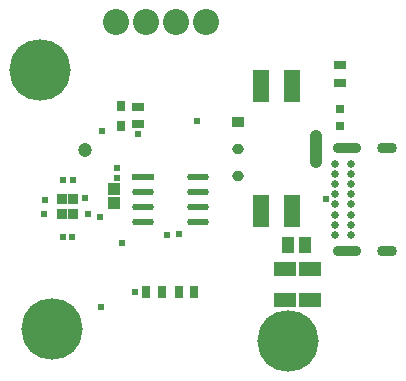
<source format=gts>
G04*
G04 #@! TF.GenerationSoftware,Altium Limited,Altium Designer,24.5.2 (23)*
G04*
G04 Layer_Color=8388736*
%FSLAX44Y44*%
%MOMM*%
G71*
G04*
G04 #@! TF.SameCoordinates,BBD7BA97-53B7-428A-B693-6A0B443125F4*
G04*
G04*
G04 #@! TF.FilePolarity,Negative*
G04*
G01*
G75*
%ADD16R,0.5200X0.5200*%
%ADD18R,0.8000X0.8000*%
%ADD19R,1.0043X0.8721*%
G04:AMPARAMS|DCode=20|XSize=1.0043mm|YSize=0.8721mm|CornerRadius=0.4361mm|HoleSize=0mm|Usage=FLASHONLY|Rotation=0.000|XOffset=0mm|YOffset=0mm|HoleType=Round|Shape=RoundedRectangle|*
%AMROUNDEDRECTD20*
21,1,1.0043,0.0000,0,0,0.0*
21,1,0.1322,0.8721,0,0,0.0*
1,1,0.8721,0.0661,0.0000*
1,1,0.8721,-0.0661,0.0000*
1,1,0.8721,-0.0661,0.0000*
1,1,0.8721,0.0661,0.0000*
%
%ADD20ROUNDEDRECTD20*%
G04:AMPARAMS|DCode=21|XSize=1.0043mm|YSize=3.1821mm|CornerRadius=0.4369mm|HoleSize=0mm|Usage=FLASHONLY|Rotation=0.000|XOffset=0mm|YOffset=0mm|HoleType=Round|Shape=RoundedRectangle|*
%AMROUNDEDRECTD21*
21,1,1.0043,2.3084,0,0,0.0*
21,1,0.1306,3.1821,0,0,0.0*
1,1,0.8737,0.0653,-1.1542*
1,1,0.8737,-0.0653,-1.1542*
1,1,0.8737,-0.0653,1.1542*
1,1,0.8737,0.0653,1.1542*
%
%ADD21ROUNDEDRECTD21*%
%ADD22R,1.0000X0.7500*%
%ADD24R,1.8741X0.5421*%
G04:AMPARAMS|DCode=25|XSize=1.8741mm|YSize=0.5421mm|CornerRadius=0.2711mm|HoleSize=0mm|Usage=FLASHONLY|Rotation=0.000|XOffset=0mm|YOffset=0mm|HoleType=Round|Shape=RoundedRectangle|*
%AMROUNDEDRECTD25*
21,1,1.8741,0.0000,0,0,0.0*
21,1,1.3319,0.5421,0,0,0.0*
1,1,0.5421,0.6660,0.0000*
1,1,0.5421,-0.6660,0.0000*
1,1,0.5421,-0.6660,0.0000*
1,1,0.5421,0.6660,0.0000*
%
%ADD25ROUNDEDRECTD25*%
%ADD26R,0.5200X0.5200*%
%ADD27R,0.8000X0.9000*%
%ADD29R,1.0549X1.3562*%
%ADD30R,1.4000X2.8000*%
%ADD32R,0.8250X0.9250*%
%ADD33R,0.8032X1.0032*%
%ADD34R,1.9032X1.3032*%
%ADD35R,1.0032X0.8032*%
%ADD36R,1.1032X1.0032*%
G04:AMPARAMS|DCode=37|XSize=0.9mm|YSize=1.7mm|CornerRadius=0.45mm|HoleSize=0mm|Usage=FLASHONLY|Rotation=90.000|XOffset=0mm|YOffset=0mm|HoleType=Round|Shape=RoundedRectangle|*
%AMROUNDEDRECTD37*
21,1,0.9000,0.8000,0,0,90.0*
21,1,0.0000,1.7000,0,0,90.0*
1,1,0.9000,0.4000,0.0000*
1,1,0.9000,0.4000,0.0000*
1,1,0.9000,-0.4000,0.0000*
1,1,0.9000,-0.4000,0.0000*
%
%ADD37ROUNDEDRECTD37*%
G04:AMPARAMS|DCode=38|XSize=0.9mm|YSize=2.4mm|CornerRadius=0.45mm|HoleSize=0mm|Usage=FLASHONLY|Rotation=90.000|XOffset=0mm|YOffset=0mm|HoleType=Round|Shape=RoundedRectangle|*
%AMROUNDEDRECTD38*
21,1,0.9000,1.5000,0,0,90.0*
21,1,0.0000,2.4000,0,0,90.0*
1,1,0.9000,0.7500,0.0000*
1,1,0.9000,0.7500,0.0000*
1,1,0.9000,-0.7500,0.0000*
1,1,0.9000,-0.7500,0.0000*
%
%ADD38ROUNDEDRECTD38*%
%ADD39C,0.6500*%
%ADD40C,2.2032*%
%ADD41C,0.6032*%
%ADD42C,1.2032*%
%ADD43C,5.2032*%
D16*
X917250Y1016500D02*
D03*
X909250D02*
D03*
X917000Y968000D02*
D03*
X909000D02*
D03*
D18*
X1144000Y1077000D02*
D03*
Y1062000D02*
D03*
D19*
X1057050Y1065900D02*
D03*
D20*
Y1043000D02*
D03*
Y1020100D02*
D03*
D21*
X1122950Y1043000D02*
D03*
D22*
X1144000Y1114000D02*
D03*
Y1099000D02*
D03*
D24*
X976839Y1019050D02*
D03*
D25*
Y1006350D02*
D03*
Y993650D02*
D03*
Y980950D02*
D03*
X1023161D02*
D03*
Y993650D02*
D03*
Y1006350D02*
D03*
Y1019050D02*
D03*
D26*
X954750Y1018500D02*
D03*
Y1026500D02*
D03*
D27*
X958000Y1079000D02*
D03*
Y1062000D02*
D03*
D29*
X1114007Y961250D02*
D03*
X1099493D02*
D03*
D30*
X1103000Y990000D02*
D03*
X1077000D02*
D03*
Y1096000D02*
D03*
X1103000D02*
D03*
D32*
X918000Y1000250D02*
D03*
Y987500D02*
D03*
X908250Y1000250D02*
D03*
Y987500D02*
D03*
D33*
X1007000Y922000D02*
D03*
X1020000D02*
D03*
X992750Y921500D02*
D03*
X979750D02*
D03*
D34*
X1118000Y915000D02*
D03*
Y941000D02*
D03*
X1097000Y915000D02*
D03*
Y941000D02*
D03*
D35*
X973000Y1078500D02*
D03*
Y1064000D02*
D03*
D36*
X952500Y996750D02*
D03*
Y1009250D02*
D03*
D37*
X1183350Y956750D02*
D03*
Y1043250D02*
D03*
D38*
X1149550Y956750D02*
D03*
Y1043250D02*
D03*
D39*
X1139750Y970250D02*
D03*
Y978750D02*
D03*
Y987250D02*
D03*
Y995750D02*
D03*
Y1004250D02*
D03*
Y1012750D02*
D03*
Y1021250D02*
D03*
Y1029750D02*
D03*
X1153250D02*
D03*
Y1021250D02*
D03*
Y1012750D02*
D03*
Y1004250D02*
D03*
Y995750D02*
D03*
Y987250D02*
D03*
Y978750D02*
D03*
Y970250D02*
D03*
D40*
X1030400Y1150000D02*
D03*
X1005000D02*
D03*
X954200Y1150000D02*
D03*
X979600Y1150000D02*
D03*
D41*
X894250Y999500D02*
D03*
X893000Y987500D02*
D03*
X930250Y987500D02*
D03*
X940750Y985000D02*
D03*
X970500Y921500D02*
D03*
X959000Y963000D02*
D03*
X1007000Y971000D02*
D03*
X997000Y970000D02*
D03*
X1022350Y1066350D02*
D03*
X941000Y909000D02*
D03*
X942000Y1058000D02*
D03*
X928000Y1001000D02*
D03*
X973000Y1055250D02*
D03*
X1132000Y1000000D02*
D03*
D42*
X928000Y1042000D02*
D03*
D43*
X900000Y890000D02*
D03*
X890000Y1110000D02*
D03*
X1100000Y880000D02*
D03*
M02*

</source>
